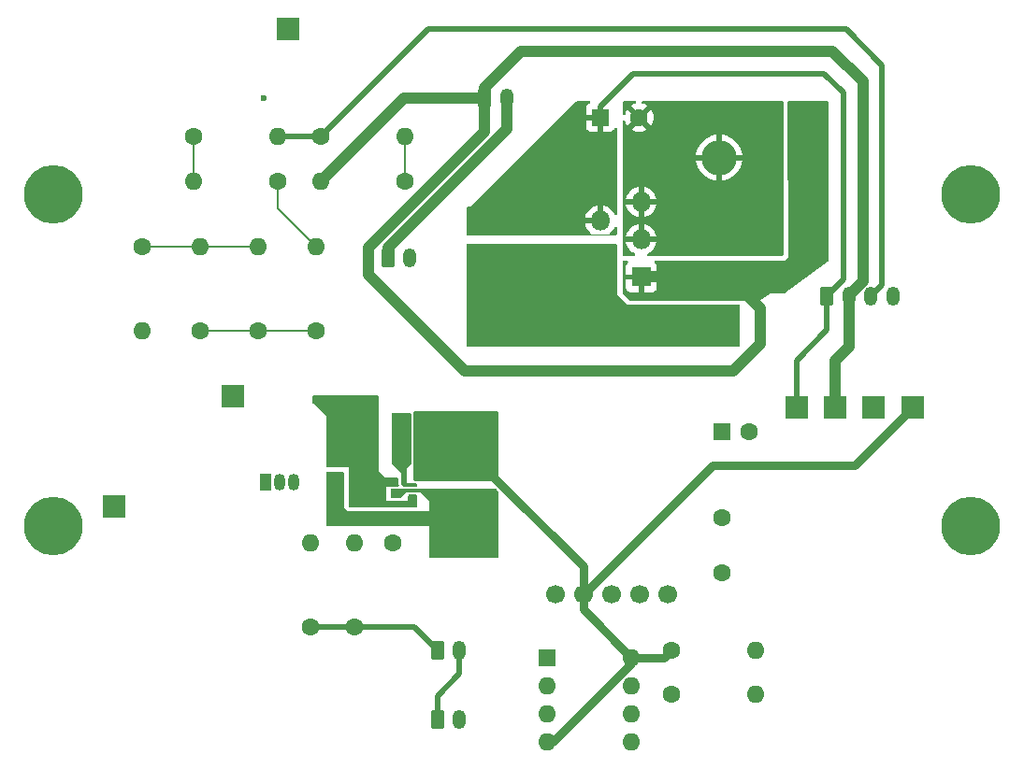
<source format=gbr>
%TF.GenerationSoftware,KiCad,Pcbnew,8.0.5*%
%TF.CreationDate,2025-05-01T20:40:53-04:00*%
%TF.ProjectId,CanSat_Power_Management_Board,43616e53-6174-45f5-906f-7765725f4d61,rev?*%
%TF.SameCoordinates,Original*%
%TF.FileFunction,Copper,L4,Bot*%
%TF.FilePolarity,Positive*%
%FSLAX46Y46*%
G04 Gerber Fmt 4.6, Leading zero omitted, Abs format (unit mm)*
G04 Created by KiCad (PCBNEW 8.0.5) date 2025-05-01 20:40:53*
%MOMM*%
%LPD*%
G01*
G04 APERTURE LIST*
G04 Aperture macros list*
%AMRoundRect*
0 Rectangle with rounded corners*
0 $1 Rounding radius*
0 $2 $3 $4 $5 $6 $7 $8 $9 X,Y pos of 4 corners*
0 Add a 4 corners polygon primitive as box body*
4,1,4,$2,$3,$4,$5,$6,$7,$8,$9,$2,$3,0*
0 Add four circle primitives for the rounded corners*
1,1,$1+$1,$2,$3*
1,1,$1+$1,$4,$5*
1,1,$1+$1,$6,$7*
1,1,$1+$1,$8,$9*
0 Add four rect primitives between the rounded corners*
20,1,$1+$1,$2,$3,$4,$5,0*
20,1,$1+$1,$4,$5,$6,$7,0*
20,1,$1+$1,$6,$7,$8,$9,0*
20,1,$1+$1,$8,$9,$2,$3,0*%
G04 Aperture macros list end*
%TA.AperFunction,ComponentPad*%
%ADD10R,2.000000X2.000000*%
%TD*%
%TA.AperFunction,ComponentPad*%
%ADD11C,1.600000*%
%TD*%
%TA.AperFunction,ComponentPad*%
%ADD12O,1.600000X1.600000*%
%TD*%
%TA.AperFunction,ComponentPad*%
%ADD13R,1.600000X1.600000*%
%TD*%
%TA.AperFunction,ComponentPad*%
%ADD14R,3.200000X3.200000*%
%TD*%
%TA.AperFunction,ComponentPad*%
%ADD15O,3.200000X3.200000*%
%TD*%
%TA.AperFunction,ComponentPad*%
%ADD16RoundRect,0.250000X-0.350000X-0.625000X0.350000X-0.625000X0.350000X0.625000X-0.350000X0.625000X0*%
%TD*%
%TA.AperFunction,ComponentPad*%
%ADD17O,1.200000X1.750000*%
%TD*%
%TA.AperFunction,ComponentPad*%
%ADD18C,1.700000*%
%TD*%
%TA.AperFunction,ComponentPad*%
%ADD19R,1.050000X1.500000*%
%TD*%
%TA.AperFunction,ComponentPad*%
%ADD20O,1.050000X1.500000*%
%TD*%
%TA.AperFunction,ComponentPad*%
%ADD21R,1.800000X1.800000*%
%TD*%
%TA.AperFunction,ComponentPad*%
%ADD22O,1.800000X1.800000*%
%TD*%
%TA.AperFunction,SMDPad,CuDef*%
%ADD23C,5.300000*%
%TD*%
%TA.AperFunction,ViaPad*%
%ADD24C,0.600000*%
%TD*%
%TA.AperFunction,Conductor*%
%ADD25C,0.500000*%
%TD*%
%TA.AperFunction,Conductor*%
%ADD26C,0.800000*%
%TD*%
%TA.AperFunction,Conductor*%
%ADD27C,1.000000*%
%TD*%
%TA.AperFunction,Conductor*%
%ADD28C,0.200000*%
%TD*%
G04 APERTURE END LIST*
D10*
%TO.P,TP4,1,1*%
%TO.N,/5V*%
X186250000Y-104250000D03*
%TD*%
D11*
%TO.P,R9,1*%
%TO.N,Net-(J4-Pin_1)*%
X135750000Y-124157500D03*
D12*
%TO.P,R9,2*%
%TO.N,Net-(Q1-G)*%
X135750000Y-116537500D03*
%TD*%
D11*
%TO.P,R1,1*%
%TO.N,Net-(R1-Pad1)*%
X116500000Y-89690000D03*
D12*
%TO.P,R1,2*%
%TO.N,GND*%
X116500000Y-97310000D03*
%TD*%
D13*
%TO.P,U3,1,GND*%
%TO.N,GND*%
X153200000Y-126950000D03*
D12*
%TO.P,U3,2,TR*%
%TO.N,Net-(U3-THR)*%
X153200000Y-129490000D03*
%TO.P,U3,3,Q*%
%TO.N,Net-(U3-Q)*%
X153200000Y-132030000D03*
%TO.P,U3,4,R*%
%TO.N,/5V*%
X153200000Y-134570000D03*
%TO.P,U3,5,CV*%
%TO.N,Net-(U3-CV)*%
X160820000Y-134570000D03*
%TO.P,U3,6,THR*%
%TO.N,Net-(U3-THR)*%
X160820000Y-132030000D03*
%TO.P,U3,7,DIS*%
%TO.N,Net-(BZ1-Aux)*%
X160820000Y-129490000D03*
%TO.P,U3,8,VCC*%
%TO.N,/5V*%
X160820000Y-126950000D03*
%TD*%
D10*
%TO.P,TP5,1,1*%
%TO.N,Net-(Q1-G)*%
X114000000Y-113250000D03*
%TD*%
D11*
%TO.P,Cout5,2*%
%TO.N,GND*%
X161500000Y-78000000D03*
D13*
%TO.P,Cout5,1*%
%TO.N,3.3V*%
X158000000Y-78000000D03*
%TD*%
D11*
%TO.P,R6,1*%
%TO.N,Net-(R5-Pad2)*%
X121190000Y-79750000D03*
D12*
%TO.P,R6,2*%
%TO.N,ADC*%
X128810000Y-79750000D03*
%TD*%
D14*
%TO.P,D1,1,K*%
%TO.N,/OUT*%
X168750000Y-96870000D03*
D15*
%TO.P,D1,2,A*%
%TO.N,GND*%
X168750000Y-81630000D03*
%TD*%
D11*
%TO.P,C8,1*%
%TO.N,Net-(U3-CV)*%
X169000000Y-119250000D03*
%TO.P,C8,2*%
%TO.N,GND*%
X169000000Y-114250000D03*
%TD*%
%TO.P,R11,1*%
%TO.N,Net-(J4-Pin_1)*%
X131750000Y-124157500D03*
D12*
%TO.P,R11,2*%
%TO.N,Net-(Q1-D)*%
X131750000Y-116537500D03*
%TD*%
D11*
%TO.P,R5,1*%
%TO.N,Net-(R4-Pad2)*%
X128810000Y-83750000D03*
D12*
%TO.P,R5,2*%
%TO.N,Net-(R5-Pad2)*%
X121190000Y-83750000D03*
%TD*%
D10*
%TO.P,TP3,1,1*%
%TO.N,3.3V*%
X175750000Y-104250000D03*
%TD*%
%TO.P,TP7,1,1*%
%TO.N,GND*%
X182750000Y-104250000D03*
%TD*%
D11*
%TO.P,R8,1*%
%TO.N,Net-(R7-Pad2)*%
X140310000Y-83750000D03*
D12*
%TO.P,R8,2*%
%TO.N,7.4V*%
X132690000Y-83750000D03*
%TD*%
D16*
%TO.P,J5,1,Pin_1*%
%TO.N,Net-(J4-Pin_2)*%
X143250000Y-132550000D03*
D17*
%TO.P,J5,2,Pin_2*%
%TO.N,GND*%
X145250000Y-132550000D03*
%TD*%
D18*
%TO.P,BZ1,1,Aux*%
%TO.N,Net-(BZ1-Aux)*%
X153920000Y-121230000D03*
%TO.P,BZ1,2,5V*%
%TO.N,/5V*%
X156460000Y-121230000D03*
%TO.P,BZ1,3,G*%
%TO.N,GND*%
X159000000Y-121230000D03*
%TO.P,BZ1,4,B*%
%TO.N,unconnected-(BZ1-B-Pad4)*%
X161540000Y-121230000D03*
%TO.P,BZ1,5*%
%TO.N,unconnected-(BZ1-Pad5)*%
X164080000Y-121230000D03*
%TD*%
D13*
%TO.P,C9,1*%
%TO.N,Net-(U3-THR)*%
X169000000Y-106500000D03*
D11*
%TO.P,C9,2*%
%TO.N,GND*%
X171500000Y-106500000D03*
%TD*%
D16*
%TO.P,J3,1,Pin_1*%
%TO.N,3.3V*%
X178500000Y-94200000D03*
D17*
%TO.P,J3,2,Pin_2*%
%TO.N,7.4V*%
X180500000Y-94200000D03*
%TO.P,J3,3,Pin_3*%
%TO.N,ADC*%
X182500000Y-94200000D03*
%TO.P,J3,4,Pin_4*%
%TO.N,GND*%
X184500000Y-94200000D03*
%TD*%
D10*
%TO.P,TP6,1,1*%
%TO.N,Net-(Q1-D)*%
X124750000Y-103250000D03*
%TD*%
D16*
%TO.P,J1,1,Pin_1*%
%TO.N,7.4V*%
X147500000Y-76200000D03*
D17*
%TO.P,J1,2,Pin_2*%
%TO.N,Net-(J1-Pin_2)*%
X149500000Y-76200000D03*
%TD*%
D19*
%TO.P,Q1,1,D*%
%TO.N,Net-(Q1-D)*%
X127710000Y-111000000D03*
D20*
%TO.P,Q1,2,G*%
%TO.N,Net-(Q1-G)*%
X128980000Y-111000000D03*
%TO.P,Q1,3,S*%
%TO.N,GND*%
X130250000Y-111000000D03*
%TD*%
D21*
%TO.P,U1,1,VIN*%
%TO.N,7.4V*%
X161700000Y-92450000D03*
D22*
%TO.P,U1,2,OUT*%
%TO.N,/OUT*%
X158000000Y-90750000D03*
%TO.P,U1,3,GND*%
%TO.N,GND*%
X161700000Y-89050000D03*
%TO.P,U1,4,FB*%
%TO.N,3.3V*%
X158000000Y-87350000D03*
%TO.P,U1,5,~{ON}/OFF*%
%TO.N,GND*%
X161700000Y-85650000D03*
%TD*%
D11*
%TO.P,R12,1*%
%TO.N,/5V*%
X164440000Y-126250000D03*
D12*
%TO.P,R12,2*%
%TO.N,Net-(U3-THR)*%
X172060000Y-126250000D03*
%TD*%
D11*
%TO.P,R13,1*%
%TO.N,Net-(U3-THR)*%
X164440000Y-130250000D03*
D12*
%TO.P,R13,2*%
%TO.N,Net-(U3-Q)*%
X172060000Y-130250000D03*
%TD*%
D11*
%TO.P,R3,1*%
%TO.N,Net-(R2-Pad1)*%
X127000000Y-97310000D03*
D12*
%TO.P,R3,2*%
%TO.N,Net-(R1-Pad1)*%
X127000000Y-89690000D03*
%TD*%
D11*
%TO.P,R4,1*%
%TO.N,Net-(R2-Pad1)*%
X132250000Y-97310000D03*
D12*
%TO.P,R4,2*%
%TO.N,Net-(R4-Pad2)*%
X132250000Y-89690000D03*
%TD*%
D11*
%TO.P,R7,1*%
%TO.N,ADC*%
X132690000Y-79750000D03*
D12*
%TO.P,R7,2*%
%TO.N,Net-(R7-Pad2)*%
X140310000Y-79750000D03*
%TD*%
D11*
%TO.P,R2,1*%
%TO.N,Net-(R2-Pad1)*%
X121750000Y-97310000D03*
D12*
%TO.P,R2,2*%
%TO.N,Net-(R1-Pad1)*%
X121750000Y-89690000D03*
%TD*%
D11*
%TO.P,R10,1*%
%TO.N,Net-(Q1-G)*%
X139190000Y-116537500D03*
D12*
%TO.P,R10,2*%
%TO.N,GND*%
X146810000Y-116537500D03*
%TD*%
D16*
%TO.P,J2,1,Pin_1*%
%TO.N,Net-(J1-Pin_2)*%
X138750000Y-90700000D03*
D17*
%TO.P,J2,2,Pin_2*%
%TO.N,GND*%
X140750000Y-90700000D03*
%TD*%
D16*
%TO.P,J4,1,Pin_1*%
%TO.N,Net-(J4-Pin_1)*%
X143250000Y-126250000D03*
D17*
%TO.P,J4,2,Pin_2*%
%TO.N,Net-(J4-Pin_2)*%
X145250000Y-126250000D03*
%TD*%
D10*
%TO.P,TP2,1,1*%
%TO.N,7.4V*%
X179250000Y-104250000D03*
%TD*%
%TO.P,TP1,1,1*%
%TO.N,ADC*%
X129750000Y-70000000D03*
%TD*%
D23*
%TO.P,REF\u002A\u002A,1*%
%TO.N,N/C*%
X191500000Y-85000000D03*
%TD*%
%TO.P,REF\u002A\u002A,1*%
%TO.N,N/C*%
X108500000Y-115000000D03*
%TD*%
%TO.P,REF\u002A\u002A,1*%
%TO.N,N/C*%
X108500000Y-85000000D03*
%TD*%
%TO.P,REF\u002A\u002A,1*%
%TO.N,N/C*%
X191500000Y-115000000D03*
%TD*%
D24*
%TO.N,GND*%
X147250000Y-112250000D03*
X164750000Y-78750000D03*
X167750000Y-85750000D03*
X171750000Y-85750000D03*
X168750000Y-78750000D03*
X165750000Y-79750000D03*
X162750000Y-80750000D03*
X163750000Y-81750000D03*
X169500000Y-84750000D03*
X145250000Y-114250000D03*
X148250000Y-117250000D03*
X166750000Y-84750000D03*
X127500000Y-76250000D03*
X168750000Y-86750000D03*
X169750000Y-87750000D03*
X170750000Y-88750000D03*
X165750000Y-83750000D03*
X147250000Y-114250000D03*
X146250000Y-113250000D03*
X160750000Y-82750000D03*
X143250000Y-114250000D03*
X164750000Y-88750000D03*
X164750000Y-82750000D03*
X144250000Y-115250000D03*
X148250000Y-115250000D03*
X166750000Y-78750000D03*
X171750000Y-81750000D03*
X166750000Y-88750000D03*
X167750000Y-77750000D03*
X172750000Y-86750000D03*
X143500000Y-116250000D03*
X163750000Y-87750000D03*
X161750000Y-83750000D03*
X134000000Y-113250000D03*
X163750000Y-85750000D03*
X173750000Y-83750000D03*
X148250000Y-113250000D03*
X171750000Y-83750000D03*
X145000000Y-117000000D03*
X165750000Y-77750000D03*
X165750000Y-87750000D03*
X164750000Y-86750000D03*
%TO.N,3.3V*%
X155750000Y-86500000D03*
X158750000Y-82750000D03*
X153250000Y-82750000D03*
X157750000Y-84500000D03*
X155250000Y-84500000D03*
X153750000Y-84500000D03*
X149750000Y-84500000D03*
X154250000Y-86500000D03*
X152750000Y-86500000D03*
X158000000Y-80250000D03*
X156500000Y-84500000D03*
X152000000Y-82750000D03*
X149750000Y-86000000D03*
X154750000Y-82750000D03*
X151250000Y-86500000D03*
X156500000Y-80250000D03*
X156250000Y-82750000D03*
X157500000Y-82750000D03*
X152250000Y-84500000D03*
X154750000Y-80250000D03*
X151000000Y-84500000D03*
%TO.N,/5V*%
X146250000Y-107000000D03*
X146000000Y-105500000D03*
X142750000Y-105500000D03*
X148250000Y-110500000D03*
X145500000Y-108000000D03*
X148000000Y-108750000D03*
X144250000Y-105500000D03*
X146750000Y-110500000D03*
X143000000Y-107000000D03*
X143250000Y-108750000D03*
X146500000Y-108750000D03*
X145750000Y-109750000D03*
X147750000Y-107000000D03*
X144500000Y-107000000D03*
X142000000Y-109250000D03*
X147500000Y-105500000D03*
%TO.N,7.4V*%
X172250000Y-92250000D03*
X176750000Y-91000000D03*
X177750000Y-83500000D03*
X173750000Y-92250000D03*
X177750000Y-86000000D03*
X175250000Y-92000000D03*
X177750000Y-78750000D03*
X177750000Y-90250000D03*
X177750000Y-88250000D03*
X177750000Y-81250000D03*
%TO.N,/VIN*%
X134500000Y-109000000D03*
X134500000Y-106906030D03*
X138000000Y-112750000D03*
X136750000Y-109750000D03*
X136250000Y-112750000D03*
X135250000Y-104750000D03*
X135500000Y-106000000D03*
X137500000Y-111250000D03*
X133750000Y-108000000D03*
X134000000Y-105750000D03*
X135250000Y-108000000D03*
%TO.N,/SW*%
X140000000Y-107750000D03*
X140000000Y-105500000D03*
X140025000Y-106787500D03*
X139500000Y-108750000D03*
X140000000Y-109500000D03*
%TO.N,/OUT*%
X149000000Y-94500000D03*
X164250000Y-96500000D03*
X148750000Y-96750000D03*
X166000000Y-96500000D03*
X152750000Y-94500000D03*
X155750000Y-96750000D03*
X151000000Y-92250000D03*
X157250000Y-96750000D03*
X158250000Y-94750000D03*
X160750000Y-96750000D03*
X159000000Y-96750000D03*
X150750000Y-94500000D03*
X147500000Y-92250000D03*
X162500000Y-96500000D03*
X147250000Y-94500000D03*
X155750000Y-91500000D03*
X154000000Y-96750000D03*
X149250000Y-92250000D03*
X156250000Y-94500000D03*
X154500000Y-94500000D03*
X154000000Y-91500000D03*
X152250000Y-96750000D03*
X152250000Y-91500000D03*
X150500000Y-96750000D03*
X147000000Y-96750000D03*
%TD*%
D25*
%TO.N,3.3V*%
X178500000Y-97250000D02*
X175750000Y-100000000D01*
X161000000Y-74000000D02*
X178250000Y-74000000D01*
X180000000Y-92700000D02*
X178500000Y-94200000D01*
X180000000Y-75750000D02*
X180000000Y-92700000D01*
X175750000Y-100000000D02*
X175750000Y-104250000D01*
X178250000Y-74000000D02*
X180000000Y-75750000D01*
X178500000Y-94200000D02*
X178500000Y-97250000D01*
X158000000Y-78000000D02*
X158000000Y-77000000D01*
X158000000Y-77000000D02*
X161000000Y-74000000D01*
D26*
%TO.N,/5V*%
X156460000Y-118687207D02*
X148272793Y-110500000D01*
X160820000Y-126950000D02*
X163740000Y-126950000D01*
X153680000Y-134570000D02*
X153200000Y-134570000D01*
X156460000Y-121230000D02*
X156460000Y-118687207D01*
X168190000Y-109500000D02*
X181000000Y-109500000D01*
X156460000Y-121230000D02*
X156460000Y-122590000D01*
X148272793Y-110500000D02*
X148250000Y-110500000D01*
X156460000Y-122590000D02*
X160820000Y-126950000D01*
X181000000Y-109500000D02*
X186250000Y-104250000D01*
X160820000Y-127430000D02*
X153680000Y-134570000D01*
X156460000Y-121230000D02*
X168190000Y-109500000D01*
X160820000Y-126950000D02*
X160820000Y-127430000D01*
X163740000Y-126950000D02*
X164440000Y-126250000D01*
D27*
%TO.N,7.4V*%
X180500000Y-94086522D02*
X180500000Y-94200000D01*
X170000000Y-101000000D02*
X145750000Y-101000000D01*
X150825000Y-72000000D02*
X179000000Y-72000000D01*
X179250000Y-100000000D02*
X179250000Y-104250000D01*
X145750000Y-101000000D02*
X137000000Y-92250000D01*
X181750000Y-92836522D02*
X180500000Y-94086522D01*
X140240000Y-76200000D02*
X147500000Y-76200000D01*
X132690000Y-83750000D02*
X140240000Y-76200000D01*
X147500000Y-79302944D02*
X147500000Y-76200000D01*
X137000000Y-89802944D02*
X147500000Y-79302944D01*
X161700000Y-92450000D02*
X169700000Y-92450000D01*
X172500000Y-98500000D02*
X170000000Y-101000000D01*
X179000000Y-72000000D02*
X181750000Y-74750000D01*
X180500000Y-94200000D02*
X180500000Y-98750000D01*
X169700000Y-92450000D02*
X172500000Y-95250000D01*
X147500000Y-76200000D02*
X147500000Y-75325000D01*
X147500000Y-75325000D02*
X150825000Y-72000000D01*
X172500000Y-95250000D02*
X172500000Y-98500000D01*
X181750000Y-74750000D02*
X181750000Y-92836522D01*
X137000000Y-92250000D02*
X137000000Y-89802944D01*
X180500000Y-98750000D02*
X179250000Y-100000000D01*
D25*
%TO.N,ADC*%
X180250000Y-70000000D02*
X183500000Y-73250000D01*
X142440000Y-70000000D02*
X180250000Y-70000000D01*
X183500000Y-93200000D02*
X182500000Y-94200000D01*
X128810000Y-79750000D02*
X132690000Y-79750000D01*
X183500000Y-73250000D02*
X183500000Y-93200000D01*
X132690000Y-79750000D02*
X142440000Y-70000000D01*
D27*
%TO.N,Net-(J1-Pin_2)*%
X138750000Y-89750000D02*
X138750000Y-90700000D01*
X149500000Y-76200000D02*
X149500000Y-79000000D01*
X149500000Y-79000000D02*
X138750000Y-89750000D01*
D25*
%TO.N,Net-(J4-Pin_2)*%
X145250000Y-126250000D02*
X145250000Y-128400000D01*
X145250000Y-128400000D02*
X143250000Y-130400000D01*
X143250000Y-130400000D02*
X143250000Y-132550000D01*
D28*
%TO.N,Net-(Q1-G)*%
X128980000Y-111000000D02*
X128980000Y-111225000D01*
%TO.N,Net-(R1-Pad1)*%
X121750000Y-89690000D02*
X127000000Y-89690000D01*
X116500000Y-89690000D02*
X121750000Y-89690000D01*
%TO.N,Net-(R2-Pad1)*%
X127000000Y-97310000D02*
X132250000Y-97310000D01*
X121750000Y-97310000D02*
X127000000Y-97310000D01*
%TO.N,Net-(R4-Pad2)*%
X128810000Y-83750000D02*
X128810000Y-86250000D01*
X128810000Y-86250000D02*
X132250000Y-89690000D01*
%TO.N,Net-(R5-Pad2)*%
X121190000Y-83750000D02*
X121190000Y-79750000D01*
%TO.N,Net-(R7-Pad2)*%
X140310000Y-83750000D02*
X140310000Y-79750000D01*
D25*
%TO.N,Net-(J4-Pin_1)*%
X141157500Y-124157500D02*
X135750000Y-124157500D01*
X143250000Y-126250000D02*
X141157500Y-124157500D01*
X135750000Y-124157500D02*
X131750000Y-124157500D01*
%TD*%
%TA.AperFunction,Conductor*%
%TO.N,3.3V*%
G36*
X156500000Y-80100000D02*
G01*
X150500000Y-86100000D01*
X146200000Y-86100000D01*
X155813721Y-76536090D01*
X155875131Y-76502766D01*
X155901174Y-76500000D01*
X156500000Y-76500000D01*
X156500000Y-80100000D01*
G37*
%TD.AperFunction*%
%TD*%
%TA.AperFunction,Conductor*%
%TO.N,GND*%
G36*
X148589235Y-111669685D02*
G01*
X148609877Y-111686319D01*
X148713681Y-111790123D01*
X148747166Y-111851446D01*
X148750000Y-111877804D01*
X148750000Y-117776000D01*
X148730315Y-117843039D01*
X148677511Y-117888794D01*
X148626000Y-117900000D01*
X142624000Y-117900000D01*
X142556961Y-117880315D01*
X142511206Y-117827511D01*
X142500000Y-117776000D01*
X142500000Y-115000000D01*
X142700000Y-115000000D01*
X142700000Y-113650000D01*
X142500000Y-113650000D01*
X142500000Y-112750000D01*
X141700000Y-111950000D01*
X141750000Y-111900000D01*
X141750000Y-111654382D01*
X141750069Y-111654313D01*
X141745756Y-111650000D01*
X148522196Y-111650000D01*
X148589235Y-111669685D01*
G37*
%TD.AperFunction*%
%TD*%
%TA.AperFunction,Conductor*%
%TO.N,7.4V*%
G36*
X178593039Y-76519685D02*
G01*
X178638794Y-76572489D01*
X178650000Y-76624000D01*
X178650000Y-90937681D01*
X178630315Y-91004720D01*
X178599991Y-91037186D01*
X174782754Y-93875644D01*
X174717212Y-93899851D01*
X174709183Y-93900138D01*
X173467190Y-93904348D01*
X173443356Y-93904429D01*
X173450000Y-93900000D01*
X160016453Y-93949938D01*
X160002834Y-93924996D01*
X160000000Y-93898638D01*
X160000000Y-91074000D01*
X160019685Y-91006961D01*
X160072489Y-90961206D01*
X160124000Y-90950000D01*
X160394608Y-90950000D01*
X160461647Y-90969685D01*
X160507402Y-91022489D01*
X160517346Y-91091647D01*
X160488321Y-91155203D01*
X160468919Y-91173266D01*
X160442812Y-91192809D01*
X160442809Y-91192812D01*
X160356649Y-91307906D01*
X160356645Y-91307913D01*
X160306403Y-91442620D01*
X160306401Y-91442627D01*
X160300000Y-91502155D01*
X160300000Y-92200000D01*
X161209252Y-92200000D01*
X161187482Y-92237708D01*
X161150000Y-92377591D01*
X161150000Y-92522409D01*
X161187482Y-92662292D01*
X161209252Y-92700000D01*
X160300000Y-92700000D01*
X160300000Y-93397844D01*
X160306401Y-93457372D01*
X160306403Y-93457379D01*
X160356645Y-93592086D01*
X160356649Y-93592093D01*
X160442809Y-93707187D01*
X160442812Y-93707190D01*
X160557906Y-93793350D01*
X160557913Y-93793354D01*
X160692620Y-93843596D01*
X160692627Y-93843598D01*
X160752155Y-93849999D01*
X160752172Y-93850000D01*
X161450000Y-93850000D01*
X161450000Y-92940747D01*
X161487708Y-92962518D01*
X161627591Y-93000000D01*
X161772409Y-93000000D01*
X161912292Y-92962518D01*
X161950000Y-92940747D01*
X161950000Y-93850000D01*
X162647828Y-93850000D01*
X162647844Y-93849999D01*
X162707372Y-93843598D01*
X162707379Y-93843596D01*
X162842086Y-93793354D01*
X162842093Y-93793350D01*
X162957187Y-93707190D01*
X162957190Y-93707187D01*
X163043350Y-93592093D01*
X163043354Y-93592086D01*
X163093596Y-93457379D01*
X163093598Y-93457372D01*
X163099999Y-93397844D01*
X163100000Y-93397827D01*
X163100000Y-92700000D01*
X162190748Y-92700000D01*
X162212518Y-92662292D01*
X162250000Y-92522409D01*
X162250000Y-92377591D01*
X162212518Y-92237708D01*
X162190748Y-92200000D01*
X163100000Y-92200000D01*
X163100000Y-91502172D01*
X163099999Y-91502155D01*
X163093598Y-91442627D01*
X163093596Y-91442620D01*
X163043354Y-91307913D01*
X163043350Y-91307906D01*
X162957190Y-91192812D01*
X162957187Y-91192809D01*
X162931081Y-91173266D01*
X162889210Y-91117332D01*
X162884226Y-91047641D01*
X162917712Y-90986318D01*
X162979035Y-90952834D01*
X163005392Y-90950000D01*
X174650000Y-90950000D01*
X175000000Y-90600000D01*
X174950441Y-76624439D01*
X174969887Y-76557331D01*
X175022529Y-76511389D01*
X175074440Y-76500000D01*
X178526000Y-76500000D01*
X178593039Y-76519685D01*
G37*
%TD.AperFunction*%
%TD*%
%TA.AperFunction,Conductor*%
%TO.N,GND*%
G36*
X134743039Y-110119685D02*
G01*
X134788794Y-110172489D01*
X134800000Y-110224000D01*
X134800000Y-113350000D01*
X135100000Y-113650000D01*
X142700000Y-113650000D01*
X142700000Y-115000000D01*
X133274000Y-115000000D01*
X133206961Y-114980315D01*
X133161206Y-114927511D01*
X133150000Y-114876000D01*
X133150000Y-110224000D01*
X133169685Y-110156961D01*
X133222489Y-110111206D01*
X133274000Y-110100000D01*
X134676000Y-110100000D01*
X134743039Y-110119685D01*
G37*
%TD.AperFunction*%
%TD*%
%TA.AperFunction,Conductor*%
%TO.N,/5V*%
G36*
X148693039Y-104619685D02*
G01*
X148738794Y-104672489D01*
X148750000Y-104724000D01*
X148750000Y-110826000D01*
X148730315Y-110893039D01*
X148677511Y-110938794D01*
X148626000Y-110950000D01*
X141327644Y-110950000D01*
X141309997Y-110948738D01*
X141294104Y-110946453D01*
X141276836Y-110943970D01*
X141276835Y-110943970D01*
X141224000Y-110943970D01*
X141156961Y-110924285D01*
X141111206Y-110871481D01*
X141100000Y-110819970D01*
X141100000Y-109345491D01*
X141101262Y-109327843D01*
X141105455Y-109298681D01*
X141105455Y-104875237D01*
X141105454Y-104875221D01*
X141100711Y-104831108D01*
X141100000Y-104817852D01*
X141100000Y-104724000D01*
X141119685Y-104656961D01*
X141172489Y-104611206D01*
X141224000Y-104600000D01*
X148626000Y-104600000D01*
X148693039Y-104619685D01*
G37*
%TD.AperFunction*%
%TD*%
%TA.AperFunction,Conductor*%
%TO.N,7.4V*%
G36*
X173443356Y-93904428D02*
G01*
X173443356Y-93904429D01*
X173443354Y-93904430D01*
X172431239Y-94579174D01*
X172364540Y-94599982D01*
X172362456Y-94600000D01*
X160701362Y-94600000D01*
X160634323Y-94580315D01*
X160613681Y-94563681D01*
X160036319Y-93986319D01*
X160016453Y-93949938D01*
X173450000Y-93900000D01*
X173443356Y-93904428D01*
G37*
%TD.AperFunction*%
%TD*%
%TA.AperFunction,Conductor*%
%TO.N,3.3V*%
G36*
X157025761Y-76519685D02*
G01*
X157071516Y-76572489D01*
X157081460Y-76641647D01*
X157052435Y-76705203D01*
X157002055Y-76740182D01*
X156957913Y-76756645D01*
X156957906Y-76756649D01*
X156842812Y-76842809D01*
X156842809Y-76842812D01*
X156756649Y-76957906D01*
X156756645Y-76957913D01*
X156706403Y-77092620D01*
X156706401Y-77092627D01*
X156700000Y-77152155D01*
X156700000Y-77750000D01*
X157684314Y-77750000D01*
X157679920Y-77754394D01*
X157627259Y-77845606D01*
X157600000Y-77947339D01*
X157600000Y-78052661D01*
X157627259Y-78154394D01*
X157679920Y-78245606D01*
X157684314Y-78250000D01*
X156700000Y-78250000D01*
X156700000Y-78847844D01*
X156706401Y-78907372D01*
X156706403Y-78907379D01*
X156756645Y-79042086D01*
X156756649Y-79042093D01*
X156842809Y-79157187D01*
X156842812Y-79157190D01*
X156957906Y-79243350D01*
X156957913Y-79243354D01*
X157092620Y-79293596D01*
X157092627Y-79293598D01*
X157152155Y-79299999D01*
X157152172Y-79300000D01*
X157750000Y-79300000D01*
X157750000Y-78315686D01*
X157754394Y-78320080D01*
X157845606Y-78372741D01*
X157947339Y-78400000D01*
X158052661Y-78400000D01*
X158154394Y-78372741D01*
X158245606Y-78320080D01*
X158250000Y-78315686D01*
X158250000Y-79300000D01*
X158847828Y-79300000D01*
X158847844Y-79299999D01*
X158907372Y-79293598D01*
X158907379Y-79293596D01*
X159042086Y-79243354D01*
X159042093Y-79243350D01*
X159157187Y-79157190D01*
X159157190Y-79157187D01*
X159243350Y-79042093D01*
X159243354Y-79042086D01*
X159259818Y-78997945D01*
X159301689Y-78942011D01*
X159367153Y-78917594D01*
X159435426Y-78932445D01*
X159484832Y-78981851D01*
X159500000Y-79041278D01*
X159500000Y-86693044D01*
X159480315Y-86760083D01*
X159427511Y-86805838D01*
X159358353Y-86815782D01*
X159294797Y-86786757D01*
X159262444Y-86742854D01*
X159235483Y-86681390D01*
X159108585Y-86487157D01*
X158951441Y-86316454D01*
X158951437Y-86316451D01*
X158768355Y-86173952D01*
X158768351Y-86173949D01*
X158564302Y-86063523D01*
X158564293Y-86063520D01*
X158344861Y-85988188D01*
X158250000Y-85972359D01*
X158250000Y-86859252D01*
X158212292Y-86837482D01*
X158072409Y-86800000D01*
X157927591Y-86800000D01*
X157787708Y-86837482D01*
X157750000Y-86859252D01*
X157750000Y-85972359D01*
X157749999Y-85972359D01*
X157655138Y-85988188D01*
X157435706Y-86063520D01*
X157435697Y-86063523D01*
X157231648Y-86173949D01*
X157231644Y-86173952D01*
X157048562Y-86316451D01*
X157048558Y-86316454D01*
X156891414Y-86487157D01*
X156764516Y-86681390D01*
X156671317Y-86893864D01*
X156619117Y-87100000D01*
X157509252Y-87100000D01*
X157487482Y-87137708D01*
X157450000Y-87277591D01*
X157450000Y-87422409D01*
X157487482Y-87562292D01*
X157509252Y-87600000D01*
X156619117Y-87600000D01*
X156671317Y-87806135D01*
X156764516Y-88018609D01*
X156891414Y-88212842D01*
X157048558Y-88383544D01*
X157105863Y-88428147D01*
X157146676Y-88484857D01*
X157150350Y-88554630D01*
X157124457Y-88600000D01*
X156500000Y-88600000D01*
X156500000Y-76500000D01*
X156958722Y-76500000D01*
X157025761Y-76519685D01*
G37*
%TD.AperFunction*%
%TA.AperFunction,Conductor*%
G36*
X159441463Y-87901643D02*
G01*
X159488007Y-87953753D01*
X159500000Y-88006955D01*
X159500000Y-88526000D01*
X159480315Y-88593039D01*
X159472282Y-88600000D01*
X158876993Y-88600000D01*
X158857506Y-88577511D01*
X158847562Y-88508353D01*
X158876587Y-88444797D01*
X158894137Y-88428147D01*
X158951441Y-88383544D01*
X159108585Y-88212842D01*
X159235483Y-88018609D01*
X159262444Y-87957145D01*
X159307400Y-87903659D01*
X159374136Y-87882969D01*
X159441463Y-87901643D01*
G37*
%TD.AperFunction*%
%TD*%
%TA.AperFunction,Conductor*%
%TO.N,3.3V*%
G36*
X156500000Y-88600000D02*
G01*
X159472282Y-88600000D01*
X159427511Y-88638794D01*
X159376000Y-88650000D01*
X145974000Y-88650000D01*
X145906961Y-88630315D01*
X145861206Y-88577511D01*
X145850000Y-88526000D01*
X145850000Y-86224000D01*
X145869685Y-86156961D01*
X145922489Y-86111206D01*
X145974000Y-86100000D01*
X146199999Y-86100000D01*
X146200000Y-86100000D01*
X156500000Y-86100000D01*
X156500000Y-88600000D01*
G37*
%TD.AperFunction*%
%TD*%
%TA.AperFunction,Conductor*%
%TO.N,/OUT*%
G36*
X159443039Y-89469685D02*
G01*
X159488794Y-89522489D01*
X159500000Y-89574000D01*
X159500000Y-91950000D01*
X145850000Y-91950000D01*
X145850000Y-89574000D01*
X145869685Y-89506961D01*
X145922489Y-89461206D01*
X145974000Y-89450000D01*
X159376000Y-89450000D01*
X159443039Y-89469685D01*
G37*
%TD.AperFunction*%
%TD*%
%TA.AperFunction,Conductor*%
%TO.N,GND*%
G36*
X174542597Y-76519685D02*
G01*
X174588352Y-76572489D01*
X174599557Y-76624441D01*
X174587863Y-79910358D01*
X174550442Y-90426000D01*
X174550440Y-90426441D01*
X174530517Y-90493410D01*
X174477551Y-90538977D01*
X174426441Y-90550000D01*
X162359410Y-90550000D01*
X162292371Y-90530315D01*
X162246616Y-90477511D01*
X162236672Y-90408353D01*
X162265697Y-90344797D01*
X162300393Y-90316945D01*
X162468346Y-90226053D01*
X162468355Y-90226047D01*
X162651437Y-90083548D01*
X162651441Y-90083545D01*
X162808585Y-89912842D01*
X162935483Y-89718609D01*
X163028682Y-89506135D01*
X163080883Y-89300000D01*
X162190748Y-89300000D01*
X162212518Y-89262292D01*
X162250000Y-89122409D01*
X162250000Y-88977591D01*
X162212518Y-88837708D01*
X162190748Y-88800000D01*
X163080883Y-88800000D01*
X163028682Y-88593864D01*
X162935483Y-88381390D01*
X162808585Y-88187157D01*
X162651441Y-88016454D01*
X162651437Y-88016451D01*
X162468355Y-87873952D01*
X162468351Y-87873949D01*
X162264302Y-87763523D01*
X162264293Y-87763520D01*
X162044861Y-87688188D01*
X161950000Y-87672359D01*
X161950000Y-88559252D01*
X161912292Y-88537482D01*
X161772409Y-88500000D01*
X161627591Y-88500000D01*
X161487708Y-88537482D01*
X161450000Y-88559252D01*
X161450000Y-87672359D01*
X161449999Y-87672359D01*
X161355138Y-87688188D01*
X161135706Y-87763520D01*
X161135697Y-87763523D01*
X160931648Y-87873949D01*
X160931644Y-87873952D01*
X160748562Y-88016451D01*
X160748558Y-88016454D01*
X160591414Y-88187157D01*
X160464516Y-88381390D01*
X160371317Y-88593864D01*
X160319117Y-88800000D01*
X161209252Y-88800000D01*
X161187482Y-88837708D01*
X161150000Y-88977591D01*
X161150000Y-89122409D01*
X161187482Y-89262292D01*
X161209252Y-89300000D01*
X160319117Y-89300000D01*
X160371317Y-89506135D01*
X160464516Y-89718609D01*
X160591414Y-89912842D01*
X160748558Y-90083545D01*
X160748562Y-90083548D01*
X160931644Y-90226047D01*
X160931653Y-90226053D01*
X161099607Y-90316945D01*
X161149198Y-90366165D01*
X161164306Y-90434381D01*
X161140136Y-90499937D01*
X161084360Y-90542018D01*
X161040590Y-90550000D01*
X160124000Y-90550000D01*
X160056961Y-90530315D01*
X160011206Y-90477511D01*
X160000000Y-90426000D01*
X160000000Y-85400000D01*
X160319117Y-85400000D01*
X161209252Y-85400000D01*
X161187482Y-85437708D01*
X161150000Y-85577591D01*
X161150000Y-85722409D01*
X161187482Y-85862292D01*
X161209252Y-85900000D01*
X160319117Y-85900000D01*
X160371317Y-86106135D01*
X160464516Y-86318609D01*
X160591414Y-86512842D01*
X160748558Y-86683545D01*
X160748562Y-86683548D01*
X160931644Y-86826047D01*
X160931648Y-86826050D01*
X161135697Y-86936476D01*
X161135706Y-86936479D01*
X161355139Y-87011811D01*
X161449999Y-87027640D01*
X161450000Y-87027639D01*
X161450000Y-86140747D01*
X161487708Y-86162518D01*
X161627591Y-86200000D01*
X161772409Y-86200000D01*
X161912292Y-86162518D01*
X161950000Y-86140747D01*
X161950000Y-87027640D01*
X162044860Y-87011811D01*
X162264293Y-86936479D01*
X162264302Y-86936476D01*
X162468351Y-86826050D01*
X162468355Y-86826047D01*
X162651437Y-86683548D01*
X162651441Y-86683545D01*
X162808585Y-86512842D01*
X162935483Y-86318609D01*
X163028682Y-86106135D01*
X163080883Y-85900000D01*
X162190748Y-85900000D01*
X162212518Y-85862292D01*
X162250000Y-85722409D01*
X162250000Y-85577591D01*
X162212518Y-85437708D01*
X162190748Y-85400000D01*
X163080883Y-85400000D01*
X163028682Y-85193864D01*
X162935483Y-84981390D01*
X162808585Y-84787157D01*
X162651441Y-84616454D01*
X162651437Y-84616451D01*
X162468355Y-84473952D01*
X162468351Y-84473949D01*
X162264302Y-84363523D01*
X162264293Y-84363520D01*
X162044861Y-84288188D01*
X161950000Y-84272359D01*
X161950000Y-85159252D01*
X161912292Y-85137482D01*
X161772409Y-85100000D01*
X161627591Y-85100000D01*
X161487708Y-85137482D01*
X161450000Y-85159252D01*
X161450000Y-84272359D01*
X161449999Y-84272359D01*
X161355138Y-84288188D01*
X161135706Y-84363520D01*
X161135697Y-84363523D01*
X160931648Y-84473949D01*
X160931644Y-84473952D01*
X160748562Y-84616451D01*
X160748558Y-84616454D01*
X160591414Y-84787157D01*
X160464516Y-84981390D01*
X160371317Y-85193864D01*
X160319117Y-85400000D01*
X160000000Y-85400000D01*
X160000000Y-81379999D01*
X166662192Y-81379999D01*
X166662193Y-81380000D01*
X167987639Y-81380000D01*
X167980743Y-81396649D01*
X167950000Y-81551207D01*
X167950000Y-81708793D01*
X167980743Y-81863351D01*
X167987639Y-81880000D01*
X166662193Y-81880000D01*
X166664697Y-81916619D01*
X166723146Y-82197888D01*
X166723150Y-82197902D01*
X166819355Y-82468595D01*
X166951527Y-82723676D01*
X167117204Y-82958385D01*
X167117204Y-82958386D01*
X167313288Y-83168341D01*
X167536135Y-83349641D01*
X167536146Y-83349648D01*
X167781607Y-83498917D01*
X168045108Y-83613371D01*
X168321737Y-83690879D01*
X168321746Y-83690881D01*
X168499999Y-83715380D01*
X168500000Y-83715380D01*
X168500000Y-82392360D01*
X168516649Y-82399257D01*
X168671207Y-82430000D01*
X168828793Y-82430000D01*
X168983351Y-82399257D01*
X169000000Y-82392360D01*
X169000000Y-83715380D01*
X169178253Y-83690881D01*
X169178262Y-83690879D01*
X169454891Y-83613371D01*
X169718392Y-83498917D01*
X169963853Y-83349648D01*
X169963864Y-83349641D01*
X170186711Y-83168341D01*
X170382795Y-82958386D01*
X170382795Y-82958385D01*
X170548472Y-82723676D01*
X170680644Y-82468595D01*
X170776849Y-82197902D01*
X170776853Y-82197888D01*
X170835302Y-81916619D01*
X170837807Y-81880000D01*
X169512361Y-81880000D01*
X169519257Y-81863351D01*
X169550000Y-81708793D01*
X169550000Y-81551207D01*
X169519257Y-81396649D01*
X169512361Y-81380000D01*
X170837807Y-81380000D01*
X170837807Y-81379999D01*
X170835302Y-81343380D01*
X170776853Y-81062111D01*
X170776849Y-81062097D01*
X170680644Y-80791404D01*
X170548472Y-80536323D01*
X170382795Y-80301614D01*
X170382795Y-80301613D01*
X170186711Y-80091658D01*
X169963864Y-79910358D01*
X169963853Y-79910351D01*
X169718392Y-79761082D01*
X169454891Y-79646628D01*
X169178262Y-79569120D01*
X169178255Y-79569119D01*
X169000000Y-79544618D01*
X169000000Y-80867639D01*
X168983351Y-80860743D01*
X168828793Y-80830000D01*
X168671207Y-80830000D01*
X168516649Y-80860743D01*
X168500000Y-80867639D01*
X168500000Y-79544618D01*
X168321744Y-79569119D01*
X168321737Y-79569120D01*
X168045108Y-79646628D01*
X167781607Y-79761082D01*
X167536146Y-79910351D01*
X167536135Y-79910358D01*
X167313288Y-80091658D01*
X167117204Y-80301613D01*
X167117204Y-80301614D01*
X166951527Y-80536323D01*
X166819355Y-80791404D01*
X166723150Y-81062097D01*
X166723146Y-81062111D01*
X166664697Y-81343380D01*
X166662192Y-81379999D01*
X160000000Y-81379999D01*
X160000000Y-78366614D01*
X160019685Y-78299575D01*
X160072489Y-78253820D01*
X160141647Y-78243876D01*
X160205203Y-78272901D01*
X160242977Y-78331679D01*
X160243775Y-78334521D01*
X160273730Y-78446317D01*
X160273735Y-78446331D01*
X160369863Y-78652478D01*
X160420974Y-78725472D01*
X161100000Y-78046446D01*
X161100000Y-78052661D01*
X161127259Y-78154394D01*
X161179920Y-78245606D01*
X161254394Y-78320080D01*
X161345606Y-78372741D01*
X161447339Y-78400000D01*
X161453553Y-78400000D01*
X160774526Y-79079025D01*
X160847513Y-79130132D01*
X160847521Y-79130136D01*
X161053668Y-79226264D01*
X161053682Y-79226269D01*
X161273389Y-79285139D01*
X161273400Y-79285141D01*
X161499998Y-79304966D01*
X161500002Y-79304966D01*
X161726599Y-79285141D01*
X161726610Y-79285139D01*
X161946317Y-79226269D01*
X161946331Y-79226264D01*
X162152478Y-79130136D01*
X162225471Y-79079024D01*
X161546447Y-78400000D01*
X161552661Y-78400000D01*
X161654394Y-78372741D01*
X161745606Y-78320080D01*
X161820080Y-78245606D01*
X161872741Y-78154394D01*
X161900000Y-78052661D01*
X161900000Y-78046447D01*
X162579024Y-78725471D01*
X162630136Y-78652478D01*
X162726264Y-78446331D01*
X162726269Y-78446317D01*
X162785139Y-78226610D01*
X162785141Y-78226599D01*
X162804966Y-78000002D01*
X162804966Y-77999997D01*
X162785141Y-77773400D01*
X162785139Y-77773389D01*
X162726269Y-77553682D01*
X162726264Y-77553668D01*
X162630136Y-77347521D01*
X162630132Y-77347513D01*
X162579025Y-77274526D01*
X161900000Y-77953551D01*
X161900000Y-77947339D01*
X161872741Y-77845606D01*
X161820080Y-77754394D01*
X161745606Y-77679920D01*
X161654394Y-77627259D01*
X161552661Y-77600000D01*
X161546448Y-77600000D01*
X162225472Y-76920974D01*
X162152478Y-76869863D01*
X161946331Y-76773735D01*
X161946317Y-76773730D01*
X161834521Y-76743775D01*
X161774860Y-76707410D01*
X161744331Y-76644563D01*
X161752626Y-76575188D01*
X161797111Y-76521310D01*
X161863663Y-76500035D01*
X161866614Y-76500000D01*
X174475558Y-76500000D01*
X174542597Y-76519685D01*
G37*
%TD.AperFunction*%
%TA.AperFunction,Conductor*%
G36*
X161200425Y-76519685D02*
G01*
X161246180Y-76572489D01*
X161256124Y-76641647D01*
X161227099Y-76705203D01*
X161168321Y-76742977D01*
X161165479Y-76743775D01*
X161053682Y-76773730D01*
X161053673Y-76773734D01*
X160847516Y-76869866D01*
X160847512Y-76869868D01*
X160774526Y-76920973D01*
X160774526Y-76920974D01*
X161453553Y-77600000D01*
X161447339Y-77600000D01*
X161345606Y-77627259D01*
X161254394Y-77679920D01*
X161179920Y-77754394D01*
X161127259Y-77845606D01*
X161100000Y-77947339D01*
X161100000Y-77953552D01*
X160420974Y-77274526D01*
X160420973Y-77274526D01*
X160369868Y-77347512D01*
X160369866Y-77347516D01*
X160273734Y-77553673D01*
X160273731Y-77553679D01*
X160243775Y-77665479D01*
X160207410Y-77725139D01*
X160144563Y-77755668D01*
X160075187Y-77747373D01*
X160021309Y-77702888D01*
X160000035Y-77636336D01*
X160000000Y-77633385D01*
X160000000Y-76624000D01*
X160019685Y-76556961D01*
X160072489Y-76511206D01*
X160124000Y-76500000D01*
X161133386Y-76500000D01*
X161200425Y-76519685D01*
G37*
%TD.AperFunction*%
%TD*%
%TA.AperFunction,Conductor*%
%TO.N,3.3V*%
G36*
X156500000Y-86100000D02*
G01*
X150500000Y-86100000D01*
X156500000Y-80100000D01*
X156500000Y-86100000D01*
G37*
%TD.AperFunction*%
%TD*%
%TA.AperFunction,Conductor*%
%TO.N,GND*%
G36*
X140215081Y-111651262D02*
G01*
X140216528Y-111651470D01*
X140250940Y-111656418D01*
X140250941Y-111656418D01*
X141276827Y-111656418D01*
X141276836Y-111656418D01*
X141320520Y-111651721D01*
X141320528Y-111651719D01*
X141321291Y-111651596D01*
X141322849Y-111651470D01*
X141323822Y-111651366D01*
X141323824Y-111651392D01*
X141341121Y-111650000D01*
X141745756Y-111650000D01*
X141750069Y-111654313D01*
X141750000Y-111654382D01*
X141750000Y-111900000D01*
X141700000Y-111950000D01*
X140450000Y-111950000D01*
X140449999Y-111950000D01*
X139986319Y-112413681D01*
X139924996Y-112447166D01*
X139898638Y-112450000D01*
X139124000Y-112450000D01*
X139056961Y-112430315D01*
X139011206Y-112377511D01*
X139000000Y-112326000D01*
X139000000Y-111774000D01*
X139019685Y-111706961D01*
X139072489Y-111661206D01*
X139124000Y-111650000D01*
X140197434Y-111650000D01*
X140215081Y-111651262D01*
G37*
%TD.AperFunction*%
%TD*%
%TA.AperFunction,Conductor*%
%TO.N,/SW*%
G36*
X140842994Y-104770914D02*
G01*
X140888749Y-104823718D01*
X140899955Y-104875229D01*
X140899955Y-109298683D01*
X140880270Y-109365722D01*
X140863636Y-109386364D01*
X140509335Y-109740664D01*
X140509335Y-109740665D01*
X140509335Y-111139939D01*
X140518866Y-111149470D01*
X141276836Y-111149470D01*
X141343875Y-111169155D01*
X141389630Y-111221959D01*
X141400836Y-111273470D01*
X141400836Y-111326918D01*
X141381151Y-111393957D01*
X141328347Y-111439712D01*
X141276836Y-111450918D01*
X140250940Y-111450918D01*
X140183901Y-111431233D01*
X140163259Y-111414599D01*
X139986532Y-111237872D01*
X139953047Y-111176549D01*
X139950213Y-111150191D01*
X139950213Y-110200174D01*
X139134624Y-109384585D01*
X139101139Y-109323262D01*
X139098305Y-109296904D01*
X139098305Y-104875229D01*
X139117990Y-104808190D01*
X139170794Y-104762435D01*
X139222305Y-104751229D01*
X140775955Y-104751229D01*
X140842994Y-104770914D01*
G37*
%TD.AperFunction*%
%TD*%
%TA.AperFunction,Conductor*%
%TO.N,/VIN*%
G36*
X137841212Y-103160497D02*
G01*
X137886967Y-103213301D01*
X137898173Y-103264812D01*
X137898173Y-110000281D01*
X138545531Y-110647639D01*
X139620713Y-110647639D01*
X139687752Y-110667324D01*
X139733507Y-110720128D01*
X139744713Y-110771639D01*
X139744713Y-111150191D01*
X139745891Y-111172171D01*
X139748724Y-111198518D01*
X139748725Y-111198520D01*
X139774504Y-111280847D01*
X139772506Y-111281472D01*
X139779497Y-111341419D01*
X139748784Y-111404177D01*
X139689018Y-111440368D01*
X139657274Y-111444500D01*
X139123992Y-111444500D01*
X139077014Y-111449552D01*
X139076980Y-111449242D01*
X139063215Y-111450351D01*
X138603623Y-111450351D01*
X138599958Y-111454016D01*
X138599958Y-111454017D01*
X138599958Y-112686049D01*
X138610958Y-112697049D01*
X140591008Y-112697049D01*
X140591008Y-112279500D01*
X140610693Y-112212461D01*
X140663497Y-112166706D01*
X140715008Y-112155500D01*
X141284387Y-112155500D01*
X141351426Y-112175185D01*
X141397181Y-112227989D01*
X141408387Y-112279500D01*
X141408387Y-113181099D01*
X141388702Y-113248138D01*
X141335898Y-113293893D01*
X141284387Y-113305099D01*
X135312635Y-113305099D01*
X135245596Y-113285414D01*
X135199841Y-113232610D01*
X135188635Y-113181099D01*
X135188635Y-109701056D01*
X133272920Y-109701056D01*
X133205881Y-109681371D01*
X133160126Y-109628567D01*
X133148920Y-109577056D01*
X133148920Y-105049252D01*
X131984241Y-103884573D01*
X131950756Y-103823250D01*
X131947922Y-103796892D01*
X131947922Y-103264812D01*
X131967607Y-103197773D01*
X132020411Y-103152018D01*
X132071922Y-103140812D01*
X137774173Y-103140812D01*
X137841212Y-103160497D01*
G37*
%TD.AperFunction*%
%TD*%
%TA.AperFunction,Conductor*%
%TO.N,/OUT*%
G36*
X159500000Y-94000000D02*
G01*
X160450000Y-94950000D01*
X170526000Y-94950000D01*
X170593039Y-94969685D01*
X170638794Y-95022489D01*
X170650000Y-95074000D01*
X170650000Y-98626000D01*
X170630315Y-98693039D01*
X170577511Y-98738794D01*
X170526000Y-98750000D01*
X145974000Y-98750000D01*
X145906961Y-98730315D01*
X145861206Y-98677511D01*
X145850000Y-98626000D01*
X145850000Y-91950000D01*
X159500000Y-91950000D01*
X159500000Y-94000000D01*
G37*
%TD.AperFunction*%
%TD*%
M02*

</source>
